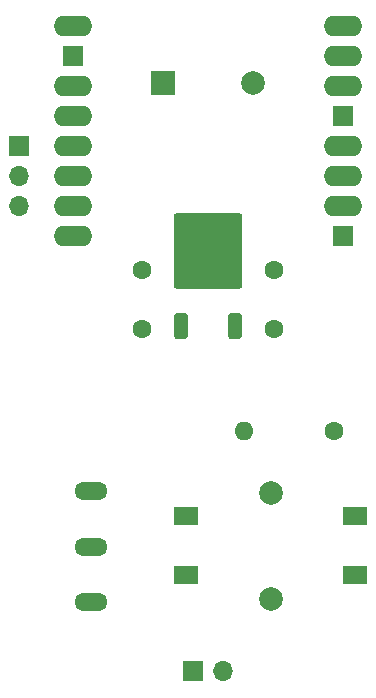
<source format=gbr>
%TF.GenerationSoftware,KiCad,Pcbnew,9.0.0*%
%TF.CreationDate,2025-08-24T16:33:36-07:00*%
%TF.ProjectId,sstv_backpack,73737476-5f62-4616-936b-7061636b2e6b,1.0*%
%TF.SameCoordinates,Original*%
%TF.FileFunction,Soldermask,Top*%
%TF.FilePolarity,Negative*%
%FSLAX46Y46*%
G04 Gerber Fmt 4.6, Leading zero omitted, Abs format (unit mm)*
G04 Created by KiCad (PCBNEW 9.0.0) date 2025-08-24 16:33:36*
%MOMM*%
%LPD*%
G01*
G04 APERTURE LIST*
G04 Aperture macros list*
%AMRoundRect*
0 Rectangle with rounded corners*
0 $1 Rounding radius*
0 $2 $3 $4 $5 $6 $7 $8 $9 X,Y pos of 4 corners*
0 Add a 4 corners polygon primitive as box body*
4,1,4,$2,$3,$4,$5,$6,$7,$8,$9,$2,$3,0*
0 Add four circle primitives for the rounded corners*
1,1,$1+$1,$2,$3*
1,1,$1+$1,$4,$5*
1,1,$1+$1,$6,$7*
1,1,$1+$1,$8,$9*
0 Add four rect primitives between the rounded corners*
20,1,$1+$1,$2,$3,$4,$5,0*
20,1,$1+$1,$4,$5,$6,$7,0*
20,1,$1+$1,$6,$7,$8,$9,0*
20,1,$1+$1,$8,$9,$2,$3,0*%
G04 Aperture macros list end*
%ADD10RoundRect,0.249997X2.650003X-2.950003X2.650003X2.950003X-2.650003X2.950003X-2.650003X-2.950003X0*%
%ADD11RoundRect,0.250000X0.350000X-0.850000X0.350000X0.850000X-0.350000X0.850000X-0.350000X-0.850000X0*%
%ADD12C,1.600000*%
%ADD13O,1.600000X1.600000*%
%ADD14C,2.000000*%
%ADD15R,2.000000X2.000000*%
%ADD16O,2.804000X1.504000*%
%ADD17RoundRect,0.102000X0.762000X0.762000X-0.762000X0.762000X-0.762000X-0.762000X0.762000X-0.762000X0*%
%ADD18O,3.252000X1.728000*%
%ADD19R,2.000000X1.500000*%
%ADD20O,1.700000X1.700000*%
%ADD21R,1.700000X1.700000*%
G04 APERTURE END LIST*
D10*
%TO.C,VR1*%
X158750000Y-88910000D03*
D11*
X156470000Y-95210000D03*
X161030000Y-95210000D03*
%TD*%
D12*
%TO.C,C1*%
X153162000Y-90464000D03*
X153162000Y-95464000D03*
%TD*%
D13*
%TO.C,R1*%
X161798000Y-104140000D03*
D12*
X169418000Y-104140000D03*
%TD*%
D14*
%TO.C,BZ1*%
X162560000Y-74676000D03*
D15*
X154960000Y-74676000D03*
%TD*%
D12*
%TO.C,C2*%
X164338000Y-90464000D03*
X164338000Y-95464000D03*
%TD*%
D16*
%TO.C,SW2*%
X148844000Y-118620000D03*
X148844000Y-113920000D03*
X148844000Y-109220000D03*
%TD*%
D17*
%TO.C,U1*%
X170180000Y-77470000D03*
X147320000Y-72390000D03*
X170180000Y-87630000D03*
D18*
X147320000Y-69850000D03*
X147320000Y-87630000D03*
X147320000Y-85090000D03*
X147320000Y-82550000D03*
X147320000Y-80010000D03*
X147320000Y-77470000D03*
X147320000Y-74930000D03*
X170180000Y-69850000D03*
X170180000Y-72390000D03*
X170180000Y-74930000D03*
X170180000Y-80010000D03*
X170180000Y-82550000D03*
X170180000Y-85090000D03*
%TD*%
D19*
%TO.C,SW1*%
X156896000Y-116332000D03*
X171196000Y-116332000D03*
D14*
X164046000Y-109332000D03*
X164046000Y-118332000D03*
D19*
X156896000Y-111332000D03*
X171196000Y-111332000D03*
%TD*%
D20*
%TO.C,J1*%
X142748000Y-85090000D03*
X142748000Y-82550000D03*
D21*
X142748000Y-80010000D03*
%TD*%
D20*
%TO.C,BAT IN*%
X160020000Y-124460000D03*
D21*
X157480000Y-124460000D03*
%TD*%
M02*

</source>
